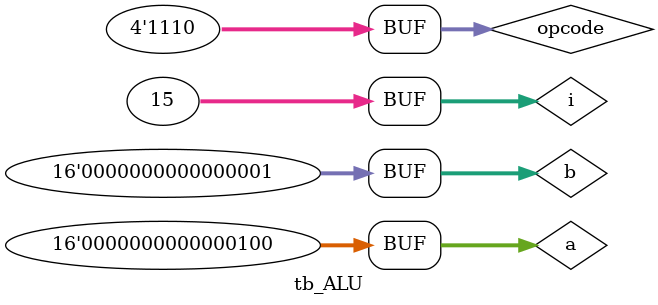
<source format=v>
`timescale 1ns / 1ps


module tb_ALU();

 reg [15:0] a;                                                  
 reg [15:0] b;                                                  
 reg [3:0] opcode; // opcode[3] = 0 -> arith_unit , opcode[3] = 
 wire [31:0] out_alu;                                           
 wire z_a_flag,z_b_flag,a_bigger_flag,b_bigger_flag,eq_flag ;    



 ALU ALU_test(                                                                                         
            .a(a),                                                                         
            .b(b),                                                                         
            .opcode(opcode),    
            .out_alu(out_alu),                                                                  
            .z_a_flag(z_a_flag),
            .z_b_flag(z_b_flag),
            .a_bigger_flag(a_bigger_flag),
            .b_bigger_flag(b_bigger_flag),
            .eq_flag(eq_flag)                            
            ); 
            
initial
begin
    a = 16'h0004;
    b = 16'h0001;
                                                                                                      
end                                                                                                    

integer i;
initial
begin
opcode <= 4'bz000;
#20

for ( i = 0; i < 4'hf; i= i+1)
    begin
    
        opcode <= i;
        #5;
    end
    
end





endmodule

</source>
